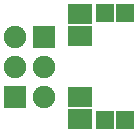
<source format=gts>
G04 (created by PCBNEW-RS274X (2012-jan-04)-stable) date Wed 18 Jul 2012 07:42:49 PM CEST*
G01*
G70*
G90*
%MOIN*%
G04 Gerber Fmt 3.4, Leading zero omitted, Abs format*
%FSLAX34Y34*%
G04 APERTURE LIST*
%ADD10C,0.006000*%
%ADD11R,0.059300X0.063300*%
%ADD12R,0.079000X0.071100*%
%ADD13R,0.075000X0.075000*%
%ADD14C,0.075000*%
G04 APERTURE END LIST*
G54D10*
G54D11*
X24174Y-22539D03*
X24842Y-22539D03*
G54D12*
X23327Y-23307D03*
X23327Y-22559D03*
G54D13*
X21161Y-25311D03*
G54D14*
X21161Y-24311D03*
X21161Y-23311D03*
G54D13*
X22146Y-23311D03*
G54D14*
X22146Y-24311D03*
X22146Y-25311D03*
G54D11*
X24174Y-26082D03*
X24842Y-26082D03*
G54D12*
X23327Y-25315D03*
X23327Y-26063D03*
M02*

</source>
